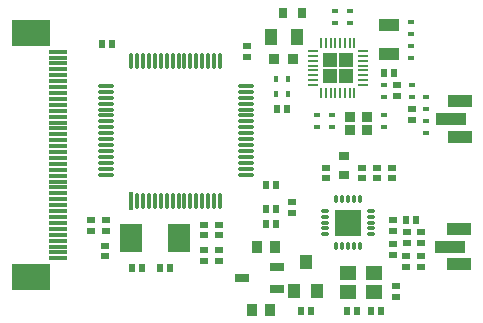
<source format=gtp>
G04*
G04 #@! TF.GenerationSoftware,Altium Limited,Altium Designer,19.1.2 (11)*
G04*
G04 Layer_Color=8421504*
%FSLAX25Y25*%
%MOIN*%
G70*
G01*
G75*
%ADD20R,0.04500X0.04500*%
%ADD21R,0.05512X0.04528*%
%ADD22R,0.02559X0.02362*%
%ADD23R,0.04000X0.05000*%
%ADD24R,0.02362X0.02559*%
%ADD25R,0.02200X0.01600*%
%ADD26R,0.01600X0.02200*%
%ADD27R,0.03583X0.03543*%
%ADD28R,0.03661X0.03858*%
%ADD29R,0.03150X0.03543*%
%ADD30R,0.03543X0.03150*%
%ADD31R,0.03937X0.05512*%
%ADD32R,0.07874X0.03937*%
%ADD33R,0.09843X0.03937*%
%ADD34O,0.05906X0.01181*%
%ADD35O,0.01181X0.05906*%
%ADD36R,0.01181X0.05906*%
G04:AMPARAMS|DCode=37|XSize=7.95mil|YSize=35.83mil|CornerRadius=1.99mil|HoleSize=0mil|Usage=FLASHONLY|Rotation=270.000|XOffset=0mil|YOffset=0mil|HoleType=Round|Shape=RoundedRectangle|*
%AMROUNDEDRECTD37*
21,1,0.00795,0.03185,0,0,270.0*
21,1,0.00398,0.03583,0,0,270.0*
1,1,0.00398,-0.01593,-0.00199*
1,1,0.00398,-0.01593,0.00199*
1,1,0.00398,0.01593,0.00199*
1,1,0.00398,0.01593,-0.00199*
%
%ADD37ROUNDEDRECTD37*%
G04:AMPARAMS|DCode=38|XSize=7.95mil|YSize=35.83mil|CornerRadius=1.99mil|HoleSize=0mil|Usage=FLASHONLY|Rotation=270.000|XOffset=0mil|YOffset=0mil|HoleType=Round|Shape=RoundedRectangle|*
%AMROUNDEDRECTD38*
21,1,0.00795,0.03185,0,0,270.0*
21,1,0.00398,0.03583,0,0,270.0*
1,1,0.00398,-0.01593,-0.00199*
1,1,0.00398,-0.01593,0.00199*
1,1,0.00398,0.01593,0.00199*
1,1,0.00398,0.01593,-0.00199*
%
%ADD38ROUNDEDRECTD38*%
G04:AMPARAMS|DCode=39|XSize=7.95mil|YSize=35.83mil|CornerRadius=1.99mil|HoleSize=0mil|Usage=FLASHONLY|Rotation=0.000|XOffset=0mil|YOffset=0mil|HoleType=Round|Shape=RoundedRectangle|*
%AMROUNDEDRECTD39*
21,1,0.00795,0.03185,0,0,0.0*
21,1,0.00398,0.03583,0,0,0.0*
1,1,0.00398,0.00199,-0.01593*
1,1,0.00398,-0.00199,-0.01593*
1,1,0.00398,-0.00199,0.01593*
1,1,0.00398,0.00199,0.01593*
%
%ADD39ROUNDEDRECTD39*%
G04:AMPARAMS|DCode=40|XSize=7.95mil|YSize=35.83mil|CornerRadius=1.99mil|HoleSize=0mil|Usage=FLASHONLY|Rotation=0.000|XOffset=0mil|YOffset=0mil|HoleType=Round|Shape=RoundedRectangle|*
%AMROUNDEDRECTD40*
21,1,0.00795,0.03185,0,0,0.0*
21,1,0.00398,0.03583,0,0,0.0*
1,1,0.00398,0.00199,-0.01593*
1,1,0.00398,-0.00199,-0.01593*
1,1,0.00398,-0.00199,0.01593*
1,1,0.00398,0.00199,0.01593*
%
%ADD40ROUNDEDRECTD40*%
%ADD41R,0.09055X0.09055*%
%ADD42O,0.01102X0.03150*%
%ADD43O,0.03150X0.01102*%
%ADD44R,0.04528X0.02559*%
%ADD45R,0.07087X0.03937*%
%ADD46R,0.07480X0.09449*%
%ADD47R,0.12992X0.08661*%
%ADD48R,0.05906X0.01181*%
%ADD49R,0.03740X0.03347*%
D20*
X116971Y88250D02*
D03*
X122470D02*
D03*
Y82750D02*
D03*
X116971D02*
D03*
D21*
X131831Y10850D02*
D03*
X123169Y17150D02*
D03*
Y10850D02*
D03*
X131831Y17150D02*
D03*
D22*
X42500Y31327D02*
D03*
Y34673D02*
D03*
X80000Y29827D02*
D03*
Y33173D02*
D03*
X104500Y40673D02*
D03*
Y37327D02*
D03*
X37500Y31327D02*
D03*
Y34673D02*
D03*
X89500Y89327D02*
D03*
Y92673D02*
D03*
X75221Y29827D02*
D03*
Y33173D02*
D03*
X115720Y52173D02*
D03*
Y48827D02*
D03*
X127720Y48827D02*
D03*
Y52173D02*
D03*
X132720Y48827D02*
D03*
Y52173D02*
D03*
X147500Y27327D02*
D03*
Y30673D02*
D03*
X147500Y22673D02*
D03*
Y19327D02*
D03*
X138000Y26673D02*
D03*
Y23327D02*
D03*
X142500Y22673D02*
D03*
Y19327D02*
D03*
X139000Y12673D02*
D03*
Y9327D02*
D03*
X139500Y76327D02*
D03*
Y79673D02*
D03*
X138000Y34673D02*
D03*
Y31327D02*
D03*
X142720Y30673D02*
D03*
Y27327D02*
D03*
X75221Y21327D02*
D03*
Y24673D02*
D03*
X42221Y22827D02*
D03*
Y26173D02*
D03*
X80221Y21327D02*
D03*
Y24673D02*
D03*
X144500Y71673D02*
D03*
Y68327D02*
D03*
X137721Y52173D02*
D03*
Y48827D02*
D03*
D23*
X105260Y11276D02*
D03*
X112740D02*
D03*
X109000Y20724D02*
D03*
D24*
X110673Y4500D02*
D03*
X107327D02*
D03*
X99173Y33500D02*
D03*
X95827D02*
D03*
X99173Y38500D02*
D03*
X95827D02*
D03*
X44394Y93500D02*
D03*
X41047D02*
D03*
X99173Y46500D02*
D03*
X95827D02*
D03*
X51047Y19000D02*
D03*
X54394D02*
D03*
X63894Y19000D02*
D03*
X60547D02*
D03*
X126173Y4500D02*
D03*
X122827D02*
D03*
X138394Y84000D02*
D03*
X135047D02*
D03*
X142547Y35000D02*
D03*
X145894D02*
D03*
X102894Y72000D02*
D03*
X99547D02*
D03*
X134173Y4500D02*
D03*
X130827D02*
D03*
D25*
X112710Y65790D02*
D03*
Y69790D02*
D03*
X123721Y104500D02*
D03*
Y100500D02*
D03*
X149000Y76000D02*
D03*
Y72000D02*
D03*
X135000Y80000D02*
D03*
Y76000D02*
D03*
X144500D02*
D03*
Y80000D02*
D03*
X117710Y65790D02*
D03*
Y69790D02*
D03*
X135210Y65790D02*
D03*
Y69790D02*
D03*
X149000Y68000D02*
D03*
Y64000D02*
D03*
X118720Y104500D02*
D03*
Y100500D02*
D03*
X144220Y89000D02*
D03*
Y93000D02*
D03*
Y101000D02*
D03*
Y97000D02*
D03*
D26*
X99221Y82000D02*
D03*
X103220D02*
D03*
X99221Y77000D02*
D03*
X103220D02*
D03*
D27*
X104870Y88500D02*
D03*
X98571D02*
D03*
D28*
X90969Y5000D02*
D03*
X97031D02*
D03*
X98752Y26000D02*
D03*
X92689D02*
D03*
D29*
X101571Y104000D02*
D03*
X107870D02*
D03*
D30*
X121721Y56150D02*
D03*
Y49850D02*
D03*
D31*
X106051Y96000D02*
D03*
X97390D02*
D03*
D32*
X160500Y62594D02*
D03*
Y74405D02*
D03*
X160000Y20095D02*
D03*
Y31905D02*
D03*
D33*
X157547Y68500D02*
D03*
X157047Y26000D02*
D03*
D34*
X42316Y59829D02*
D03*
Y61797D02*
D03*
X89125Y57860D02*
D03*
Y55892D02*
D03*
Y61797D02*
D03*
Y63766D02*
D03*
X42316D02*
D03*
Y53923D02*
D03*
Y55892D02*
D03*
Y77545D02*
D03*
X89125D02*
D03*
Y73608D02*
D03*
Y75577D02*
D03*
X42316Y71640D02*
D03*
Y67703D02*
D03*
Y79514D02*
D03*
Y73608D02*
D03*
Y75577D02*
D03*
X89125Y59829D02*
D03*
X42316Y69671D02*
D03*
X89125Y49986D02*
D03*
Y67703D02*
D03*
Y69671D02*
D03*
X42316Y49986D02*
D03*
X89125Y79514D02*
D03*
Y53923D02*
D03*
Y65734D02*
D03*
X42316Y57860D02*
D03*
X89125Y71640D02*
D03*
Y51955D02*
D03*
X42316D02*
D03*
Y65734D02*
D03*
D35*
X58759Y87904D02*
D03*
X56792D02*
D03*
X74507D02*
D03*
X64666D02*
D03*
X52855D02*
D03*
X80414D02*
D03*
X54822D02*
D03*
X76477D02*
D03*
X66633D02*
D03*
X58759Y41096D02*
D03*
X60729D02*
D03*
X68603Y87904D02*
D03*
X54822Y41096D02*
D03*
X56792D02*
D03*
X62696Y87904D02*
D03*
X66633Y41096D02*
D03*
X64666D02*
D03*
X70570D02*
D03*
X68603D02*
D03*
X78444Y87904D02*
D03*
X80414Y41096D02*
D03*
X50885Y87904D02*
D03*
X74507Y41096D02*
D03*
X70570Y87904D02*
D03*
X60729D02*
D03*
X72540D02*
D03*
X78444Y41096D02*
D03*
X76477D02*
D03*
X62696D02*
D03*
X72540D02*
D03*
X52855D02*
D03*
D36*
X50885D02*
D03*
D37*
X128106Y81563D02*
D03*
Y86287D02*
D03*
X111335D02*
D03*
Y91012D02*
D03*
Y81563D02*
D03*
X128106Y91012D02*
D03*
D38*
Y84713D02*
D03*
Y87862D02*
D03*
Y83138D02*
D03*
Y89437D02*
D03*
X111335Y83138D02*
D03*
Y87862D02*
D03*
Y79988D02*
D03*
Y84713D02*
D03*
Y89437D02*
D03*
X128106Y79988D02*
D03*
D39*
X120508Y77114D02*
D03*
X117358D02*
D03*
X122083Y93886D02*
D03*
X120508D02*
D03*
X115784Y77114D02*
D03*
X125232Y93886D02*
D03*
X115784D02*
D03*
X122083Y77114D02*
D03*
X125232D02*
D03*
X117358Y93886D02*
D03*
D40*
X114209Y77114D02*
D03*
X123658Y93886D02*
D03*
X114209D02*
D03*
X123658Y77114D02*
D03*
X118933D02*
D03*
Y93886D02*
D03*
D41*
X123221Y34000D02*
D03*
D42*
X119283Y41677D02*
D03*
X121252D02*
D03*
X123221D02*
D03*
X125189D02*
D03*
X127157D02*
D03*
Y26323D02*
D03*
X125189D02*
D03*
X123221D02*
D03*
X121252D02*
D03*
X119283D02*
D03*
D43*
X130898Y37937D02*
D03*
Y35969D02*
D03*
Y34000D02*
D03*
Y32032D02*
D03*
Y30063D02*
D03*
X115543D02*
D03*
Y32032D02*
D03*
Y34000D02*
D03*
Y35969D02*
D03*
Y37937D02*
D03*
D44*
X87693Y15500D02*
D03*
X99307Y19240D02*
D03*
Y11760D02*
D03*
D45*
X136721Y90079D02*
D03*
Y99921D02*
D03*
D46*
X50650Y29000D02*
D03*
X66791D02*
D03*
D47*
X17468Y97240D02*
D03*
Y15760D02*
D03*
D48*
X26522Y90950D02*
D03*
X26533Y88990D02*
D03*
Y87020D02*
D03*
Y85050D02*
D03*
X26522Y83080D02*
D03*
Y81110D02*
D03*
Y79140D02*
D03*
Y77170D02*
D03*
Y75205D02*
D03*
Y73240D02*
D03*
Y71270D02*
D03*
Y69300D02*
D03*
Y67330D02*
D03*
Y65360D02*
D03*
Y63390D02*
D03*
Y61430D02*
D03*
Y59460D02*
D03*
Y57490D02*
D03*
Y55520D02*
D03*
Y53550D02*
D03*
Y51580D02*
D03*
Y49615D02*
D03*
Y47645D02*
D03*
Y45680D02*
D03*
Y43710D02*
D03*
Y41740D02*
D03*
Y39770D02*
D03*
Y37800D02*
D03*
Y35835D02*
D03*
Y33870D02*
D03*
Y31900D02*
D03*
Y29930D02*
D03*
Y27960D02*
D03*
Y25990D02*
D03*
Y24020D02*
D03*
Y22055D02*
D03*
D49*
X129419Y69318D02*
D03*
X123710D02*
D03*
X129419Y64790D02*
D03*
X123710D02*
D03*
M02*

</source>
